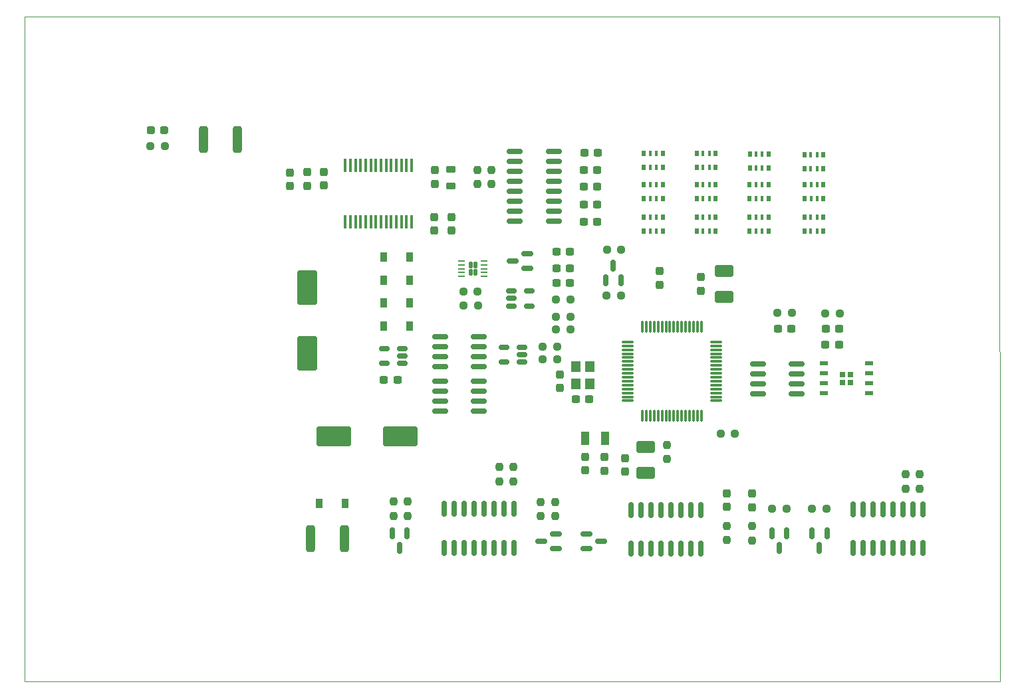
<source format=gbr>
%TF.GenerationSoftware,KiCad,Pcbnew,(6.0.1)*%
%TF.CreationDate,2022-09-20T17:47:08-03:00*%
%TF.ProjectId,HLI-M,484c492d-4d2e-46b6-9963-61645f706362,rev?*%
%TF.SameCoordinates,Original*%
%TF.FileFunction,Paste,Top*%
%TF.FilePolarity,Positive*%
%FSLAX46Y46*%
G04 Gerber Fmt 4.6, Leading zero omitted, Abs format (unit mm)*
G04 Created by KiCad (PCBNEW (6.0.1)) date 2022-09-20 17:47:08*
%MOMM*%
%LPD*%
G01*
G04 APERTURE LIST*
G04 Aperture macros list*
%AMRoundRect*
0 Rectangle with rounded corners*
0 $1 Rounding radius*
0 $2 $3 $4 $5 $6 $7 $8 $9 X,Y pos of 4 corners*
0 Add a 4 corners polygon primitive as box body*
4,1,4,$2,$3,$4,$5,$6,$7,$8,$9,$2,$3,0*
0 Add four circle primitives for the rounded corners*
1,1,$1+$1,$2,$3*
1,1,$1+$1,$4,$5*
1,1,$1+$1,$6,$7*
1,1,$1+$1,$8,$9*
0 Add four rect primitives between the rounded corners*
20,1,$1+$1,$2,$3,$4,$5,0*
20,1,$1+$1,$4,$5,$6,$7,0*
20,1,$1+$1,$6,$7,$8,$9,0*
20,1,$1+$1,$8,$9,$2,$3,0*%
G04 Aperture macros list end*
%TA.AperFunction,Profile*%
%ADD10C,0.050000*%
%TD*%
%ADD11RoundRect,0.237500X-0.300000X-0.237500X0.300000X-0.237500X0.300000X0.237500X-0.300000X0.237500X0*%
%ADD12RoundRect,0.237500X0.300000X0.237500X-0.300000X0.237500X-0.300000X-0.237500X0.300000X-0.237500X0*%
%ADD13RoundRect,0.250001X0.924999X-0.499999X0.924999X0.499999X-0.924999X0.499999X-0.924999X-0.499999X0*%
%ADD14RoundRect,0.237500X0.237500X-0.300000X0.237500X0.300000X-0.237500X0.300000X-0.237500X-0.300000X0*%
%ADD15RoundRect,0.250001X-0.924999X0.499999X-0.924999X-0.499999X0.924999X-0.499999X0.924999X0.499999X0*%
%ADD16R,0.500000X0.800000*%
%ADD17R,0.400000X0.800000*%
%ADD18R,0.900000X1.200000*%
%ADD19RoundRect,0.237500X-0.237500X0.287500X-0.237500X-0.287500X0.237500X-0.287500X0.237500X0.287500X0*%
%ADD20RoundRect,0.150000X0.150000X-0.587500X0.150000X0.587500X-0.150000X0.587500X-0.150000X-0.587500X0*%
%ADD21RoundRect,0.150000X0.587500X0.150000X-0.587500X0.150000X-0.587500X-0.150000X0.587500X-0.150000X0*%
%ADD22RoundRect,0.237500X-0.250000X-0.237500X0.250000X-0.237500X0.250000X0.237500X-0.250000X0.237500X0*%
%ADD23RoundRect,0.237500X0.250000X0.237500X-0.250000X0.237500X-0.250000X-0.237500X0.250000X-0.237500X0*%
%ADD24RoundRect,0.237500X-0.237500X0.250000X-0.237500X-0.250000X0.237500X-0.250000X0.237500X0.250000X0*%
%ADD25RoundRect,0.237500X0.237500X-0.250000X0.237500X0.250000X-0.237500X0.250000X-0.237500X-0.250000X0*%
%ADD26RoundRect,0.075000X0.662500X0.075000X-0.662500X0.075000X-0.662500X-0.075000X0.662500X-0.075000X0*%
%ADD27RoundRect,0.075000X0.075000X0.662500X-0.075000X0.662500X-0.075000X-0.662500X0.075000X-0.662500X0*%
%ADD28RoundRect,0.130000X-0.130000X-0.305000X0.130000X-0.305000X0.130000X0.305000X-0.130000X0.305000X0*%
%ADD29RoundRect,0.062500X-0.375000X-0.062500X0.375000X-0.062500X0.375000X0.062500X-0.375000X0.062500X0*%
%ADD30RoundRect,0.150000X-0.512500X-0.150000X0.512500X-0.150000X0.512500X0.150000X-0.512500X0.150000X0*%
%ADD31RoundRect,0.150000X0.825000X0.150000X-0.825000X0.150000X-0.825000X-0.150000X0.825000X-0.150000X0*%
%ADD32RoundRect,0.150000X0.512500X0.150000X-0.512500X0.150000X-0.512500X-0.150000X0.512500X-0.150000X0*%
%ADD33RoundRect,0.150000X-0.150000X0.825000X-0.150000X-0.825000X0.150000X-0.825000X0.150000X0.825000X0*%
%ADD34RoundRect,0.150000X-0.587500X-0.150000X0.587500X-0.150000X0.587500X0.150000X-0.587500X0.150000X0*%
%ADD35RoundRect,0.150000X-0.150000X0.587500X-0.150000X-0.587500X0.150000X-0.587500X0.150000X0.587500X0*%
%ADD36RoundRect,0.237500X-0.237500X0.300000X-0.237500X-0.300000X0.237500X-0.300000X0.237500X0.300000X0*%
%ADD37RoundRect,0.218750X0.381250X-0.218750X0.381250X0.218750X-0.381250X0.218750X-0.381250X-0.218750X0*%
%ADD38RoundRect,0.250000X-0.312500X-1.450000X0.312500X-1.450000X0.312500X1.450000X-0.312500X1.450000X0*%
%ADD39RoundRect,0.237500X-0.287500X-0.237500X0.287500X-0.237500X0.287500X0.237500X-0.287500X0.237500X0*%
%ADD40RoundRect,0.250000X-1.950000X-1.000000X1.950000X-1.000000X1.950000X1.000000X-1.950000X1.000000X0*%
%ADD41RoundRect,0.250000X-1.000000X1.950000X-1.000000X-1.950000X1.000000X-1.950000X1.000000X1.950000X0*%
%ADD42R,1.200000X1.400000*%
%ADD43R,0.800000X0.800000*%
%ADD44R,1.100000X0.500000*%
%ADD45RoundRect,0.250000X0.312500X1.450000X-0.312500X1.450000X-0.312500X-1.450000X0.312500X-1.450000X0*%
%ADD46R,1.000000X1.800000*%
%ADD47R,0.450000X1.750000*%
G04 APERTURE END LIST*
D10*
X189204600Y-113538000D02*
X189179200Y-28854400D01*
X65030000Y-28825500D02*
X65030000Y-113534500D01*
X189179200Y-28854400D02*
X65030000Y-28825500D01*
X65030000Y-113534500D02*
X189204600Y-113538000D01*
D11*
%TO.C,C6*%
X110775000Y-75150000D03*
X112500000Y-75150000D03*
%TD*%
%TO.C,C9*%
X132775000Y-58775000D03*
X134500000Y-58775000D03*
%TD*%
%TO.C,C12*%
X132723800Y-62723800D03*
X134448800Y-62723800D03*
%TD*%
D12*
%TO.C,C13*%
X168781900Y-68605400D03*
X167056900Y-68605400D03*
%TD*%
D11*
%TO.C,C14*%
X167006100Y-70612000D03*
X168731100Y-70612000D03*
%TD*%
D12*
%TO.C,C15*%
X162662500Y-68600000D03*
X160937500Y-68600000D03*
%TD*%
D13*
%TO.C,C16*%
X154100000Y-64525000D03*
X154100000Y-61275000D03*
%TD*%
D14*
%TO.C,C17*%
X151155400Y-63752900D03*
X151155400Y-62027900D03*
%TD*%
%TO.C,C18*%
X145900000Y-63002478D03*
X145900000Y-61277478D03*
%TD*%
D15*
%TO.C,C20*%
X144145000Y-83719000D03*
X144145000Y-86969000D03*
%TD*%
D16*
%TO.C,CA1*%
X166751800Y-50254400D03*
D17*
X165951800Y-50254400D03*
X165151800Y-50254400D03*
D16*
X164351800Y-50254400D03*
X164351800Y-52054400D03*
D17*
X165151800Y-52054400D03*
X165951800Y-52054400D03*
D16*
X166751800Y-52054400D03*
%TD*%
%TO.C,CA4*%
X146284800Y-50203600D03*
D17*
X145484800Y-50203600D03*
X144684800Y-50203600D03*
D16*
X143884800Y-50203600D03*
X143884800Y-52003600D03*
D17*
X144684800Y-52003600D03*
X145484800Y-52003600D03*
D16*
X146284800Y-52003600D03*
%TD*%
D18*
%TO.C,D1*%
X114050000Y-59500000D03*
X110750000Y-59500000D03*
%TD*%
%TO.C,D2*%
X114050000Y-62400000D03*
X110750000Y-62400000D03*
%TD*%
%TO.C,D3*%
X102511500Y-90906600D03*
X105811500Y-90906600D03*
%TD*%
D19*
%TO.C,LED2*%
X157632400Y-89625200D03*
X157632400Y-91375200D03*
%TD*%
%TO.C,LED3*%
X154406600Y-89585800D03*
X154406600Y-91335800D03*
%TD*%
D20*
%TO.C,Q3*%
X139044600Y-62407800D03*
X140944600Y-62407800D03*
X139994600Y-60532800D03*
%TD*%
D21*
%TO.C,Q5*%
X132672000Y-96633600D03*
X132672000Y-94733600D03*
X130797000Y-95683600D03*
%TD*%
D22*
%TO.C,R1*%
X81041900Y-45339000D03*
X82866900Y-45339000D03*
%TD*%
%TO.C,R2*%
X120905900Y-63906400D03*
X122730900Y-63906400D03*
%TD*%
D23*
%TO.C,R3*%
X122756300Y-65659000D03*
X120931300Y-65659000D03*
%TD*%
%TO.C,R5*%
X168831900Y-66649600D03*
X167006900Y-66649600D03*
%TD*%
D24*
%TO.C,R7*%
X127254000Y-86233000D03*
X127254000Y-88058000D03*
%TD*%
%TO.C,R6*%
X125501400Y-86233000D03*
X125501400Y-88058000D03*
%TD*%
D22*
%TO.C,R10*%
X160887500Y-66600000D03*
X162712500Y-66600000D03*
%TD*%
D25*
%TO.C,R11*%
X146812000Y-85240500D03*
X146812000Y-83415500D03*
%TD*%
%TO.C,R27*%
X157632400Y-95603700D03*
X157632400Y-93778700D03*
%TD*%
%TO.C,R28*%
X154406600Y-95564300D03*
X154406600Y-93739300D03*
%TD*%
D23*
%TO.C,R25*%
X134523100Y-67095600D03*
X132698100Y-67095600D03*
%TD*%
D22*
%TO.C,R26*%
X132698100Y-68721200D03*
X134523100Y-68721200D03*
%TD*%
%TO.C,R18*%
X139123800Y-64413000D03*
X140948800Y-64413000D03*
%TD*%
D24*
%TO.C,R22*%
X132613400Y-90679900D03*
X132613400Y-92504900D03*
%TD*%
D16*
%TO.C,RA1*%
X166732800Y-46393600D03*
D17*
X165932800Y-46393600D03*
X165132800Y-46393600D03*
D16*
X164332800Y-46393600D03*
X164332800Y-48193600D03*
D17*
X165132800Y-48193600D03*
X165932800Y-48193600D03*
D16*
X166732800Y-48193600D03*
%TD*%
%TO.C,RA3*%
X153016800Y-46266600D03*
D17*
X152216800Y-46266600D03*
X151416800Y-46266600D03*
D16*
X150616800Y-46266600D03*
X150616800Y-48066600D03*
D17*
X151416800Y-48066600D03*
X152216800Y-48066600D03*
D16*
X153016800Y-48066600D03*
%TD*%
%TO.C,RA4*%
X146284800Y-46266600D03*
D17*
X145484800Y-46266600D03*
X144684800Y-46266600D03*
D16*
X143884800Y-46266600D03*
X143884800Y-48066600D03*
D17*
X144684800Y-48066600D03*
X145484800Y-48066600D03*
D16*
X146284800Y-48066600D03*
%TD*%
%TO.C,RA5*%
X166732800Y-54394600D03*
D17*
X165932800Y-54394600D03*
X165132800Y-54394600D03*
D16*
X164332800Y-54394600D03*
X164332800Y-56194600D03*
D17*
X165132800Y-56194600D03*
X165932800Y-56194600D03*
D16*
X166732800Y-56194600D03*
%TD*%
%TO.C,RA7*%
X153016800Y-54394600D03*
D17*
X152216800Y-54394600D03*
X151416800Y-54394600D03*
D16*
X150616800Y-54394600D03*
X150616800Y-56194600D03*
D17*
X151416800Y-56194600D03*
X152216800Y-56194600D03*
D16*
X153016800Y-56194600D03*
%TD*%
%TO.C,RA8*%
X146284800Y-54394600D03*
D17*
X145484800Y-54394600D03*
X144684800Y-54394600D03*
D16*
X143884800Y-54394600D03*
X143884800Y-56194600D03*
D17*
X144684800Y-56194600D03*
X145484800Y-56194600D03*
D16*
X146284800Y-56194600D03*
%TD*%
D26*
%TO.C,U1*%
X153109500Y-77791000D03*
X153109500Y-77291000D03*
X153109500Y-76791000D03*
X153109500Y-76291000D03*
X153109500Y-75791000D03*
X153109500Y-75291000D03*
X153109500Y-74791000D03*
X153109500Y-74291000D03*
X153109500Y-73791000D03*
X153109500Y-73291000D03*
X153109500Y-72791000D03*
X153109500Y-72291000D03*
X153109500Y-71791000D03*
X153109500Y-71291000D03*
X153109500Y-70791000D03*
X153109500Y-70291000D03*
D27*
X151197000Y-68378500D03*
X150697000Y-68378500D03*
X150197000Y-68378500D03*
X149697000Y-68378500D03*
X149197000Y-68378500D03*
X148697000Y-68378500D03*
X148197000Y-68378500D03*
X147697000Y-68378500D03*
X147197000Y-68378500D03*
X146697000Y-68378500D03*
X146197000Y-68378500D03*
X145697000Y-68378500D03*
X145197000Y-68378500D03*
X144697000Y-68378500D03*
X144197000Y-68378500D03*
X143697000Y-68378500D03*
D26*
X141784500Y-70291000D03*
X141784500Y-70791000D03*
X141784500Y-71291000D03*
X141784500Y-71791000D03*
X141784500Y-72291000D03*
X141784500Y-72791000D03*
X141784500Y-73291000D03*
X141784500Y-73791000D03*
X141784500Y-74291000D03*
X141784500Y-74791000D03*
X141784500Y-75291000D03*
X141784500Y-75791000D03*
X141784500Y-76291000D03*
X141784500Y-76791000D03*
X141784500Y-77291000D03*
X141784500Y-77791000D03*
D27*
X143697000Y-79703500D03*
X144197000Y-79703500D03*
X144697000Y-79703500D03*
X145197000Y-79703500D03*
X145697000Y-79703500D03*
X146197000Y-79703500D03*
X146697000Y-79703500D03*
X147197000Y-79703500D03*
X147697000Y-79703500D03*
X148197000Y-79703500D03*
X148697000Y-79703500D03*
X149197000Y-79703500D03*
X149697000Y-79703500D03*
X150197000Y-79703500D03*
X150697000Y-79703500D03*
X151197000Y-79703500D03*
%TD*%
D28*
%TO.C,U6*%
X121818400Y-60452000D03*
X122418400Y-60452000D03*
X121818400Y-61452000D03*
X122418400Y-61452000D03*
D29*
X120680900Y-59952000D03*
X120680900Y-60452000D03*
X120680900Y-60952000D03*
X120680900Y-61452000D03*
X120680900Y-61952000D03*
X123555900Y-61952000D03*
X123555900Y-61452000D03*
X123555900Y-60952000D03*
X123555900Y-60452000D03*
X123555900Y-59952000D03*
%TD*%
D30*
%TO.C,U4*%
X127000000Y-63800000D03*
X127000000Y-64750000D03*
X127000000Y-65700000D03*
X129275000Y-65700000D03*
X129275000Y-63800000D03*
%TD*%
D31*
%TO.C,U2*%
X163359500Y-76911200D03*
X163359500Y-75641200D03*
X163359500Y-74371200D03*
X163359500Y-73101200D03*
X158409500Y-73101200D03*
X158409500Y-74371200D03*
X158409500Y-75641200D03*
X158409500Y-76911200D03*
%TD*%
D32*
%TO.C,U10*%
X128365600Y-72867600D03*
X128365600Y-71917600D03*
X128365600Y-70967600D03*
X126090600Y-70967600D03*
X126090600Y-72867600D03*
%TD*%
D33*
%TO.C,U13*%
X179425600Y-91632000D03*
X178155600Y-91632000D03*
X176885600Y-91632000D03*
X175615600Y-91632000D03*
X174345600Y-91632000D03*
X173075600Y-91632000D03*
X171805600Y-91632000D03*
X170535600Y-91632000D03*
X170535600Y-96582000D03*
X171805600Y-96582000D03*
X173075600Y-96582000D03*
X174345600Y-96582000D03*
X175615600Y-96582000D03*
X176885600Y-96582000D03*
X178155600Y-96582000D03*
X179425600Y-96582000D03*
%TD*%
%TO.C,U12*%
X151130000Y-91694000D03*
X149860000Y-91694000D03*
X148590000Y-91694000D03*
X147320000Y-91694000D03*
X146050000Y-91694000D03*
X144780000Y-91694000D03*
X143510000Y-91694000D03*
X142240000Y-91694000D03*
X142240000Y-96644000D03*
X143510000Y-96644000D03*
X144780000Y-96644000D03*
X146050000Y-96644000D03*
X147320000Y-96644000D03*
X148590000Y-96644000D03*
X149860000Y-96644000D03*
X151130000Y-96644000D03*
%TD*%
%TO.C,U11*%
X127330200Y-91555800D03*
X126060200Y-91555800D03*
X124790200Y-91555800D03*
X123520200Y-91555800D03*
X122250200Y-91555800D03*
X120980200Y-91555800D03*
X119710200Y-91555800D03*
X118440200Y-91555800D03*
X118440200Y-96505800D03*
X119710200Y-96505800D03*
X120980200Y-96505800D03*
X122250200Y-96505800D03*
X123520200Y-96505800D03*
X124790200Y-96505800D03*
X126060200Y-96505800D03*
X127330200Y-96505800D03*
%TD*%
D24*
%TO.C,R21*%
X130700000Y-90679900D03*
X130700000Y-92504900D03*
%TD*%
D34*
%TO.C,Q4*%
X136574300Y-94734100D03*
X136574300Y-96634100D03*
X138449300Y-95684100D03*
%TD*%
D35*
%TO.C,Q7*%
X162084300Y-94652600D03*
X160184300Y-94652600D03*
X161134300Y-96527600D03*
%TD*%
D22*
%TO.C,R24*%
X160225100Y-91592400D03*
X162050100Y-91592400D03*
%TD*%
%TO.C,R23*%
X165305100Y-91592300D03*
X167130100Y-91592300D03*
%TD*%
D35*
%TO.C,Q6*%
X167193000Y-94693500D03*
X165293000Y-94693500D03*
X166243000Y-96568500D03*
%TD*%
D24*
%TO.C,R8*%
X177190400Y-87174700D03*
X177190400Y-88999700D03*
%TD*%
D31*
%TO.C,U9*%
X122865000Y-79121000D03*
X122865000Y-77851000D03*
X122865000Y-76581000D03*
X122865000Y-75311000D03*
X117915000Y-75311000D03*
X117915000Y-76581000D03*
X117915000Y-77851000D03*
X117915000Y-79121000D03*
%TD*%
D22*
%TO.C,R13*%
X131015500Y-72466200D03*
X132840500Y-72466200D03*
%TD*%
%TO.C,R14*%
X130992000Y-70866000D03*
X132817000Y-70866000D03*
%TD*%
D32*
%TO.C,U5*%
X113137500Y-73050000D03*
X113137500Y-72100000D03*
X113137500Y-71150000D03*
X110862500Y-71150000D03*
X110862500Y-73050000D03*
%TD*%
D36*
%TO.C,C19*%
X141478000Y-85116500D03*
X141478000Y-86841500D03*
%TD*%
D31*
%TO.C,U3*%
X132384600Y-54874000D03*
X132384600Y-53604000D03*
X132384600Y-52334000D03*
X132384600Y-51064000D03*
X132384600Y-49794000D03*
X132384600Y-48524000D03*
X132384600Y-47254000D03*
X132384600Y-45984000D03*
X127434600Y-45984000D03*
X127434600Y-47254000D03*
X127434600Y-48524000D03*
X127434600Y-49794000D03*
X127434600Y-51064000D03*
X127434600Y-52334000D03*
X127434600Y-53604000D03*
X127434600Y-54874000D03*
%TD*%
D11*
%TO.C,C27*%
X136222100Y-50530600D03*
X137947100Y-50530600D03*
%TD*%
%TO.C,C28*%
X136222100Y-52816600D03*
X137947100Y-52816600D03*
%TD*%
%TO.C,C25*%
X136285100Y-46212600D03*
X138010100Y-46212600D03*
%TD*%
%TO.C,C29*%
X136222100Y-54975600D03*
X137947100Y-54975600D03*
%TD*%
D12*
%TO.C,C26*%
X137947100Y-48371600D03*
X136222100Y-48371600D03*
%TD*%
D37*
%TO.C,L2*%
X119278400Y-50414700D03*
X119278400Y-48289700D03*
%TD*%
D24*
%TO.C,R9*%
X178968400Y-87174700D03*
X178968400Y-88999700D03*
%TD*%
D16*
%TO.C,CA2*%
X159746800Y-50203600D03*
D17*
X158946800Y-50203600D03*
X158146800Y-50203600D03*
D16*
X157346800Y-50203600D03*
X157346800Y-52003600D03*
D17*
X158146800Y-52003600D03*
X158946800Y-52003600D03*
D16*
X159746800Y-52003600D03*
%TD*%
%TO.C,RA2*%
X159766800Y-46328600D03*
D17*
X158966800Y-46328600D03*
X158166800Y-46328600D03*
D16*
X157366800Y-46328600D03*
X157366800Y-48128600D03*
D17*
X158166800Y-48128600D03*
X158966800Y-48128600D03*
D16*
X159766800Y-48128600D03*
%TD*%
%TO.C,RA6*%
X159746800Y-54394600D03*
D17*
X158946800Y-54394600D03*
X158146800Y-54394600D03*
D16*
X157346800Y-54394600D03*
X157346800Y-56194600D03*
D17*
X158146800Y-56194600D03*
X158946800Y-56194600D03*
D16*
X159746800Y-56194600D03*
%TD*%
D35*
%TO.C,Q2*%
X113751400Y-94668100D03*
X111851400Y-94668100D03*
X112801400Y-96543100D03*
%TD*%
D14*
%TO.C,C7*%
X117200000Y-56100000D03*
X117200000Y-54375000D03*
%TD*%
%TO.C,C8*%
X119400000Y-56100000D03*
X119400000Y-54375000D03*
%TD*%
D16*
%TO.C,CA3*%
X153016800Y-50203600D03*
D17*
X152216800Y-50203600D03*
X151416800Y-50203600D03*
D16*
X150616800Y-50203600D03*
X150616800Y-52003600D03*
D17*
X151416800Y-52003600D03*
X152216800Y-52003600D03*
D16*
X153016800Y-52003600D03*
%TD*%
D25*
%TO.C,R16*%
X113766600Y-92479500D03*
X113766600Y-90654500D03*
%TD*%
D38*
%TO.C,RT2*%
X101465200Y-95351600D03*
X105740200Y-95351600D03*
%TD*%
D25*
%TO.C,R19*%
X124460000Y-50163100D03*
X124460000Y-48338100D03*
%TD*%
D36*
%TO.C,C23*%
X136420000Y-84957500D03*
X136420000Y-86682500D03*
%TD*%
D22*
%TO.C,R4*%
X132684000Y-64872800D03*
X134509000Y-64872800D03*
%TD*%
D39*
%TO.C,LED1*%
X81079400Y-43307000D03*
X82829400Y-43307000D03*
%TD*%
D12*
%TO.C,C21*%
X136952500Y-77610000D03*
X135227500Y-77610000D03*
%TD*%
D21*
%TO.C,Q1*%
X129037500Y-60900000D03*
X129037500Y-59000000D03*
X127162500Y-59950000D03*
%TD*%
D40*
%TO.C,C5*%
X104437500Y-82360000D03*
X112837500Y-82360000D03*
%TD*%
D36*
%TO.C,C4*%
X117271800Y-48413500D03*
X117271800Y-50138500D03*
%TD*%
D18*
%TO.C,D5*%
X114050000Y-68300000D03*
X110750000Y-68300000D03*
%TD*%
D41*
%TO.C,C10*%
X101010000Y-63370000D03*
X101010000Y-71770000D03*
%TD*%
D23*
%TO.C,R12*%
X155471500Y-82016600D03*
X153646500Y-82016600D03*
%TD*%
D42*
%TO.C,Y2*%
X135260000Y-73420000D03*
X135260000Y-75620000D03*
X136960000Y-75620000D03*
X136960000Y-73420000D03*
%TD*%
D22*
%TO.C,R17*%
X139158300Y-58574700D03*
X140983300Y-58574700D03*
%TD*%
D14*
%TO.C,C1*%
X98800000Y-50400000D03*
X98800000Y-48675000D03*
%TD*%
D25*
%TO.C,R20*%
X122656600Y-50163100D03*
X122656600Y-48338100D03*
%TD*%
D43*
%TO.C,U2-A*%
X170198300Y-74455400D03*
X169198300Y-74455400D03*
X169198300Y-75455400D03*
X170198300Y-75455400D03*
D44*
X172598300Y-76860400D03*
X172598300Y-75590400D03*
X172598300Y-74320400D03*
X172598300Y-73050400D03*
X166798300Y-73050400D03*
X166798300Y-74320400D03*
X166798300Y-75590400D03*
X166798300Y-76860400D03*
%TD*%
D18*
%TO.C,D4*%
X114050000Y-65300000D03*
X110750000Y-65300000D03*
%TD*%
D24*
%TO.C,R15*%
X112014000Y-90654500D03*
X112014000Y-92479500D03*
%TD*%
D45*
%TO.C,RT1*%
X92094300Y-44474600D03*
X87819300Y-44474600D03*
%TD*%
D36*
%TO.C,C22*%
X133180000Y-74447500D03*
X133180000Y-76172500D03*
%TD*%
%TO.C,C24*%
X138880000Y-84977500D03*
X138880000Y-86702500D03*
%TD*%
D11*
%TO.C,C11*%
X132775000Y-60875000D03*
X134500000Y-60875000D03*
%TD*%
D14*
%TO.C,C2*%
X101000000Y-50362500D03*
X101000000Y-48637500D03*
%TD*%
D46*
%TO.C,Y1*%
X136440000Y-82560000D03*
X138940000Y-82560000D03*
%TD*%
D14*
%TO.C,C3*%
X103100000Y-50325000D03*
X103100000Y-48600000D03*
%TD*%
D31*
%TO.C,U10-A*%
X122865000Y-73431400D03*
X122865000Y-72161400D03*
X122865000Y-70891400D03*
X122865000Y-69621400D03*
X117915000Y-69621400D03*
X117915000Y-70891400D03*
X117915000Y-72161400D03*
X117915000Y-73431400D03*
%TD*%
D47*
%TO.C,U8*%
X105858600Y-54984200D03*
X106508600Y-54984200D03*
X107158600Y-54984200D03*
X107808600Y-54984200D03*
X108458600Y-54984200D03*
X109108600Y-54984200D03*
X109758600Y-54984200D03*
X110408600Y-54984200D03*
X111058600Y-54984200D03*
X111708600Y-54984200D03*
X112358600Y-54984200D03*
X113008600Y-54984200D03*
X113658600Y-54984200D03*
X114308600Y-54984200D03*
X114308600Y-47784200D03*
X113658600Y-47784200D03*
X113008600Y-47784200D03*
X112358600Y-47784200D03*
X111708600Y-47784200D03*
X111058600Y-47784200D03*
X110408600Y-47784200D03*
X109758600Y-47784200D03*
X109108600Y-47784200D03*
X108458600Y-47784200D03*
X107808600Y-47784200D03*
X107158600Y-47784200D03*
X106508600Y-47784200D03*
X105858600Y-47784200D03*
%TD*%
M02*

</source>
